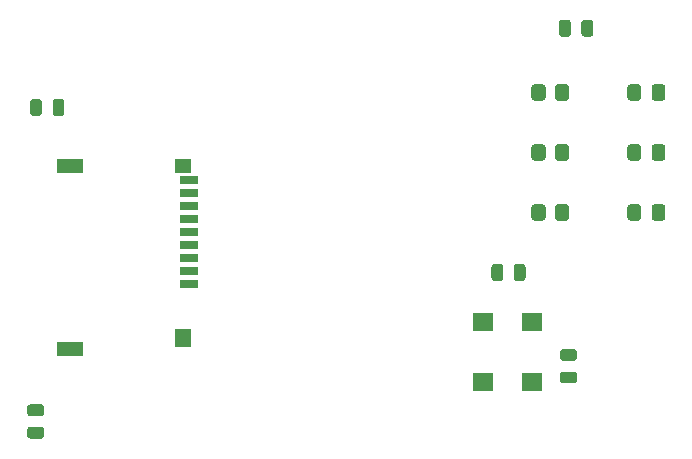
<source format=gbr>
%TF.GenerationSoftware,KiCad,Pcbnew,(5.1.10)-1*%
%TF.CreationDate,2021-11-03T11:27:17+01:00*%
%TF.ProjectId,Telemetry,54656c65-6d65-4747-9279-2e6b69636164,rev?*%
%TF.SameCoordinates,Original*%
%TF.FileFunction,Paste,Top*%
%TF.FilePolarity,Positive*%
%FSLAX46Y46*%
G04 Gerber Fmt 4.6, Leading zero omitted, Abs format (unit mm)*
G04 Created by KiCad (PCBNEW (5.1.10)-1) date 2021-11-03 11:27:17*
%MOMM*%
%LPD*%
G01*
G04 APERTURE LIST*
%ADD10R,2.200000X1.200000*%
%ADD11R,1.400000X1.600000*%
%ADD12R,1.600000X0.700000*%
%ADD13R,1.400000X1.200000*%
%ADD14R,1.800000X1.600000*%
G04 APERTURE END LIST*
D10*
%TO.C,J5*%
X154630000Y-65910000D03*
X154630000Y-81410000D03*
D11*
X164230000Y-80510000D03*
D12*
X164730000Y-67110000D03*
D13*
X164230000Y-65910000D03*
D12*
X164730000Y-68210000D03*
X164730000Y-69310000D03*
X164730000Y-70410000D03*
X164730000Y-71510000D03*
X164730000Y-72610000D03*
X164730000Y-73710000D03*
X164730000Y-74810000D03*
X164730000Y-75910000D03*
%TD*%
D14*
%TO.C,Y1*%
X189590000Y-84230000D03*
X189590000Y-79150000D03*
X193790000Y-79150000D03*
X193790000Y-84230000D03*
%TD*%
%TO.C,C5*%
G36*
G01*
X191320000Y-74455000D02*
X191320000Y-75405000D01*
G75*
G02*
X191070000Y-75655000I-250000J0D01*
G01*
X190570000Y-75655000D01*
G75*
G02*
X190320000Y-75405000I0J250000D01*
G01*
X190320000Y-74455000D01*
G75*
G02*
X190570000Y-74205000I250000J0D01*
G01*
X191070000Y-74205000D01*
G75*
G02*
X191320000Y-74455000I0J-250000D01*
G01*
G37*
G36*
G01*
X193220000Y-74455000D02*
X193220000Y-75405000D01*
G75*
G02*
X192970000Y-75655000I-250000J0D01*
G01*
X192470000Y-75655000D01*
G75*
G02*
X192220000Y-75405000I0J250000D01*
G01*
X192220000Y-74455000D01*
G75*
G02*
X192470000Y-74205000I250000J0D01*
G01*
X192970000Y-74205000D01*
G75*
G02*
X193220000Y-74455000I0J-250000D01*
G01*
G37*
%TD*%
%TO.C,R2*%
G36*
G01*
X195710000Y-65220400D02*
X195710000Y-64319600D01*
G75*
G02*
X195959600Y-64070000I249600J0D01*
G01*
X196660400Y-64070000D01*
G75*
G02*
X196910000Y-64319600I0J-249600D01*
G01*
X196910000Y-65220400D01*
G75*
G02*
X196660400Y-65470000I-249600J0D01*
G01*
X195959600Y-65470000D01*
G75*
G02*
X195710000Y-65220400I0J249600D01*
G01*
G37*
G36*
G01*
X193710000Y-65220400D02*
X193710000Y-64319600D01*
G75*
G02*
X193959600Y-64070000I249600J0D01*
G01*
X194660400Y-64070000D01*
G75*
G02*
X194910000Y-64319600I0J-249600D01*
G01*
X194910000Y-65220400D01*
G75*
G02*
X194660400Y-65470000I-249600J0D01*
G01*
X193959600Y-65470000D01*
G75*
G02*
X193710000Y-65220400I0J249600D01*
G01*
G37*
%TD*%
%TO.C,C1*%
G36*
G01*
X151264600Y-86093600D02*
X152214600Y-86093600D01*
G75*
G02*
X152464600Y-86343600I0J-250000D01*
G01*
X152464600Y-86843600D01*
G75*
G02*
X152214600Y-87093600I-250000J0D01*
G01*
X151264600Y-87093600D01*
G75*
G02*
X151014600Y-86843600I0J250000D01*
G01*
X151014600Y-86343600D01*
G75*
G02*
X151264600Y-86093600I250000J0D01*
G01*
G37*
G36*
G01*
X151264600Y-87993600D02*
X152214600Y-87993600D01*
G75*
G02*
X152464600Y-88243600I0J-250000D01*
G01*
X152464600Y-88743600D01*
G75*
G02*
X152214600Y-88993600I-250000J0D01*
G01*
X151264600Y-88993600D01*
G75*
G02*
X151014600Y-88743600I0J250000D01*
G01*
X151014600Y-88243600D01*
G75*
G02*
X151264600Y-87993600I250000J0D01*
G01*
G37*
%TD*%
%TO.C,C3*%
G36*
G01*
X153170000Y-61435000D02*
X153170000Y-60485000D01*
G75*
G02*
X153420000Y-60235000I250000J0D01*
G01*
X153920000Y-60235000D01*
G75*
G02*
X154170000Y-60485000I0J-250000D01*
G01*
X154170000Y-61435000D01*
G75*
G02*
X153920000Y-61685000I-250000J0D01*
G01*
X153420000Y-61685000D01*
G75*
G02*
X153170000Y-61435000I0J250000D01*
G01*
G37*
G36*
G01*
X151270000Y-61435000D02*
X151270000Y-60485000D01*
G75*
G02*
X151520000Y-60235000I250000J0D01*
G01*
X152020000Y-60235000D01*
G75*
G02*
X152270000Y-60485000I0J-250000D01*
G01*
X152270000Y-61435000D01*
G75*
G02*
X152020000Y-61685000I-250000J0D01*
G01*
X151520000Y-61685000D01*
G75*
G02*
X151270000Y-61435000I0J250000D01*
G01*
G37*
%TD*%
%TO.C,C2*%
G36*
G01*
X197045200Y-53779400D02*
X197045200Y-54729400D01*
G75*
G02*
X196795200Y-54979400I-250000J0D01*
G01*
X196295200Y-54979400D01*
G75*
G02*
X196045200Y-54729400I0J250000D01*
G01*
X196045200Y-53779400D01*
G75*
G02*
X196295200Y-53529400I250000J0D01*
G01*
X196795200Y-53529400D01*
G75*
G02*
X197045200Y-53779400I0J-250000D01*
G01*
G37*
G36*
G01*
X198945200Y-53779400D02*
X198945200Y-54729400D01*
G75*
G02*
X198695200Y-54979400I-250000J0D01*
G01*
X198195200Y-54979400D01*
G75*
G02*
X197945200Y-54729400I0J250000D01*
G01*
X197945200Y-53779400D01*
G75*
G02*
X198195200Y-53529400I250000J0D01*
G01*
X198695200Y-53529400D01*
G75*
G02*
X198945200Y-53779400I0J-250000D01*
G01*
G37*
%TD*%
%TO.C,D1*%
G36*
G01*
X205045000Y-69399999D02*
X205045000Y-70300001D01*
G75*
G02*
X204795001Y-70550000I-249999J0D01*
G01*
X204144999Y-70550000D01*
G75*
G02*
X203895000Y-70300001I0J249999D01*
G01*
X203895000Y-69399999D01*
G75*
G02*
X204144999Y-69150000I249999J0D01*
G01*
X204795001Y-69150000D01*
G75*
G02*
X205045000Y-69399999I0J-249999D01*
G01*
G37*
G36*
G01*
X202995000Y-69399999D02*
X202995000Y-70300001D01*
G75*
G02*
X202745001Y-70550000I-249999J0D01*
G01*
X202094999Y-70550000D01*
G75*
G02*
X201845000Y-70300001I0J249999D01*
G01*
X201845000Y-69399999D01*
G75*
G02*
X202094999Y-69150000I249999J0D01*
G01*
X202745001Y-69150000D01*
G75*
G02*
X202995000Y-69399999I0J-249999D01*
G01*
G37*
%TD*%
%TO.C,D2*%
G36*
G01*
X202995000Y-64319999D02*
X202995000Y-65220001D01*
G75*
G02*
X202745001Y-65470000I-249999J0D01*
G01*
X202094999Y-65470000D01*
G75*
G02*
X201845000Y-65220001I0J249999D01*
G01*
X201845000Y-64319999D01*
G75*
G02*
X202094999Y-64070000I249999J0D01*
G01*
X202745001Y-64070000D01*
G75*
G02*
X202995000Y-64319999I0J-249999D01*
G01*
G37*
G36*
G01*
X205045000Y-64319999D02*
X205045000Y-65220001D01*
G75*
G02*
X204795001Y-65470000I-249999J0D01*
G01*
X204144999Y-65470000D01*
G75*
G02*
X203895000Y-65220001I0J249999D01*
G01*
X203895000Y-64319999D01*
G75*
G02*
X204144999Y-64070000I249999J0D01*
G01*
X204795001Y-64070000D01*
G75*
G02*
X205045000Y-64319999I0J-249999D01*
G01*
G37*
%TD*%
%TO.C,D3*%
G36*
G01*
X205045000Y-59239999D02*
X205045000Y-60140001D01*
G75*
G02*
X204795001Y-60390000I-249999J0D01*
G01*
X204144999Y-60390000D01*
G75*
G02*
X203895000Y-60140001I0J249999D01*
G01*
X203895000Y-59239999D01*
G75*
G02*
X204144999Y-58990000I249999J0D01*
G01*
X204795001Y-58990000D01*
G75*
G02*
X205045000Y-59239999I0J-249999D01*
G01*
G37*
G36*
G01*
X202995000Y-59239999D02*
X202995000Y-60140001D01*
G75*
G02*
X202745001Y-60390000I-249999J0D01*
G01*
X202094999Y-60390000D01*
G75*
G02*
X201845000Y-60140001I0J249999D01*
G01*
X201845000Y-59239999D01*
G75*
G02*
X202094999Y-58990000I249999J0D01*
G01*
X202745001Y-58990000D01*
G75*
G02*
X202995000Y-59239999I0J-249999D01*
G01*
G37*
%TD*%
%TO.C,R1*%
G36*
G01*
X193710000Y-70300400D02*
X193710000Y-69399600D01*
G75*
G02*
X193959600Y-69150000I249600J0D01*
G01*
X194660400Y-69150000D01*
G75*
G02*
X194910000Y-69399600I0J-249600D01*
G01*
X194910000Y-70300400D01*
G75*
G02*
X194660400Y-70550000I-249600J0D01*
G01*
X193959600Y-70550000D01*
G75*
G02*
X193710000Y-70300400I0J249600D01*
G01*
G37*
G36*
G01*
X195710000Y-70300400D02*
X195710000Y-69399600D01*
G75*
G02*
X195959600Y-69150000I249600J0D01*
G01*
X196660400Y-69150000D01*
G75*
G02*
X196910000Y-69399600I0J-249600D01*
G01*
X196910000Y-70300400D01*
G75*
G02*
X196660400Y-70550000I-249600J0D01*
G01*
X195959600Y-70550000D01*
G75*
G02*
X195710000Y-70300400I0J249600D01*
G01*
G37*
%TD*%
%TO.C,R3*%
G36*
G01*
X193710000Y-60140400D02*
X193710000Y-59239600D01*
G75*
G02*
X193959600Y-58990000I249600J0D01*
G01*
X194660400Y-58990000D01*
G75*
G02*
X194910000Y-59239600I0J-249600D01*
G01*
X194910000Y-60140400D01*
G75*
G02*
X194660400Y-60390000I-249600J0D01*
G01*
X193959600Y-60390000D01*
G75*
G02*
X193710000Y-60140400I0J249600D01*
G01*
G37*
G36*
G01*
X195710000Y-60140400D02*
X195710000Y-59239600D01*
G75*
G02*
X195959600Y-58990000I249600J0D01*
G01*
X196660400Y-58990000D01*
G75*
G02*
X196910000Y-59239600I0J-249600D01*
G01*
X196910000Y-60140400D01*
G75*
G02*
X196660400Y-60390000I-249600J0D01*
G01*
X195959600Y-60390000D01*
G75*
G02*
X195710000Y-60140400I0J249600D01*
G01*
G37*
%TD*%
%TO.C,C4*%
G36*
G01*
X196375000Y-81420000D02*
X197325000Y-81420000D01*
G75*
G02*
X197575000Y-81670000I0J-250000D01*
G01*
X197575000Y-82170000D01*
G75*
G02*
X197325000Y-82420000I-250000J0D01*
G01*
X196375000Y-82420000D01*
G75*
G02*
X196125000Y-82170000I0J250000D01*
G01*
X196125000Y-81670000D01*
G75*
G02*
X196375000Y-81420000I250000J0D01*
G01*
G37*
G36*
G01*
X196375000Y-83320000D02*
X197325000Y-83320000D01*
G75*
G02*
X197575000Y-83570000I0J-250000D01*
G01*
X197575000Y-84070000D01*
G75*
G02*
X197325000Y-84320000I-250000J0D01*
G01*
X196375000Y-84320000D01*
G75*
G02*
X196125000Y-84070000I0J250000D01*
G01*
X196125000Y-83570000D01*
G75*
G02*
X196375000Y-83320000I250000J0D01*
G01*
G37*
%TD*%
M02*

</source>
